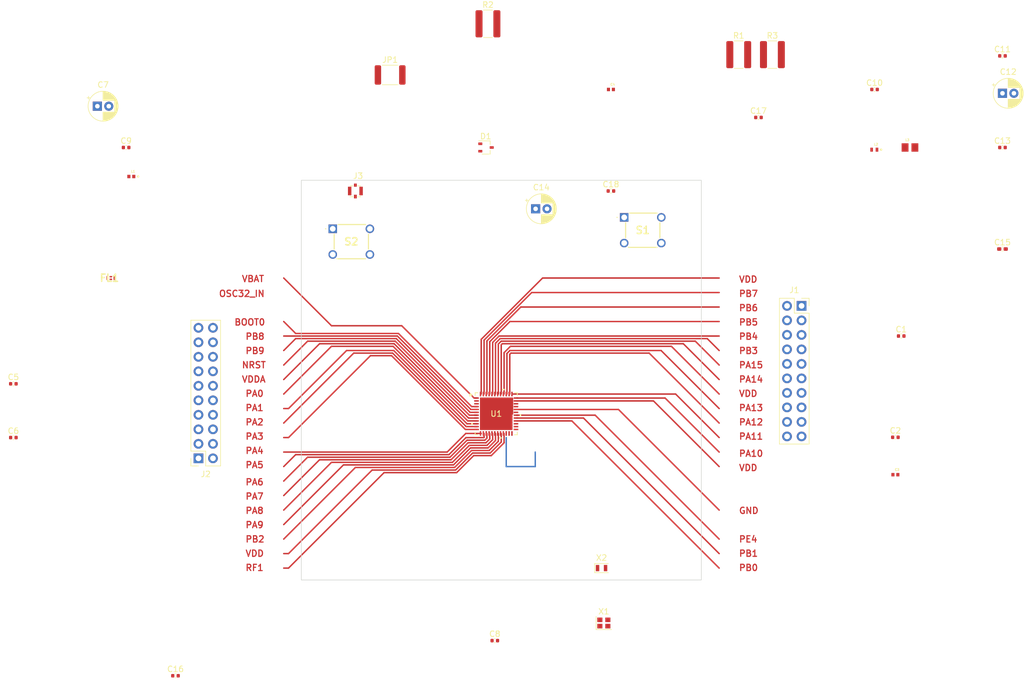
<source format=kicad_pcb>
(kicad_pcb (version 20221018) (generator pcbnew)
  (title_block (date "2023-07-30"))
  (layers (0 "F.Cu" signal) (31 "B.Cu" signal) (34 "B.Paste" user) (35 "F.Paste" user) (36 "B.SilkS" user "B.Silkscreen") (37 "F.SilkS" user "F.Silkscreen") (38 "B.Mask" user) (39 "F.Mask" user) (44 "Edge.Cuts" user))
  (net 0 "")
  (net 1 "/OSC32_IN")
  (net 2 "/OSC32_OUT")
  (net 3 "/BOOT0")
  (net 4 "/PB8")
  (net 5 "/PB9")
  (net 6 "/NRST")
  (net 7 "/PA0")
  (net 8 "/PA2")
  (net 9 "/PA3")
  (net 10 "/PA4")
  (net 11 "/PA5")
  (net 12 "/PA6")
  (net 13 "/PA7")
  (net 14 "/PA8")
  (net 15 "/PA9")
  (net 16 "/PB2")
  (net 17 "/RF1")
  (net 18 "/VDDRF")
  (net 19 "/OSC_OUT")
  (net 20 "/OSC_IN")
  (net 22 "/NRST_Pin")
  (net 23 "/PB1")
  (net 24 "/PE4")
  (net 25 "/VFBSMPS")
  (net 26 "/VLXSMPS")
  (net 27 "/VDDSMPS")
  (net 28 "/PA10")
  (net 29 "/PA15")
  (net 30 "/PB3")
  (net 31 "/PB4")
  (net 32 "/PB5")
  (net 33 "/PB6")
  (net 34 "/PB7")
  (net 35 "GND")
  (net 36 "3V3")
  (net 39 "/SWCLK")
  (net 40 "/SWDIO")
  (net 41 "/VSSRF")
  (net 42 "/RF & Power/RF1")
  (net 43 "Net-(FL1-IN)")
  (net 44 "Net-(FL1-OUT)")
  (net 45 "/RF & Power/VFBSMPS")
  (net 46 "/VSSSMPS")
  (net 47 "/RF & Power/VLXSMPS")
  (net 48 "/VDDUSB")
  (net 49 "unconnected-(U1-PB0-Pad28)")
  (net 50 "Net-(L2-Pad1)")
  (net 55 "/USR_BTN")
  (net 56 "Net-(S1-NO_2)")
  (net 57 "/USB_P")
  (net 58 "/USB_N")
  (net 59 "/PA1")
  (footprint "Capacitor_SMD:C_0402_1005Metric" (layer "F.Cu") (at 214.312 38.1)
    (fp_text reference "C10" (at 0 -1.16) (layer "F.SilkS"))
    (fp_text value "100nF")
    (pad "1" smd roundrect (at -0.48 0) (size 0.56 0.62) (layers "F.Cu" "F.Paste" "F.Mask") (net 36 "3V3"))
    (pad "2" smd roundrect (at 0.48 0) (size 0.56 0.62) (layers "F.Cu" "F.Paste" "F.Mask") (net 35 "GND"))
  )
  (footprint "Capacitor_THT:CP_Radial_D5.0mm_P2.00mm" (layer "F.Cu") (at 236.7 38.77)
    (fp_text reference "C12" (at 1 -3.75) (layer "F.SilkS"))
    (fp_text value "4.7 uF")
    (pad "1" thru_hole rect (at 0 0) (size 1.6 1.6) (drill 0.8) (layers "*.Cu" "*.Mask") (net 36 "3V3"))
    (pad "2" thru_hole circle (at 2 0) (size 1.6 1.6) (drill 0.8) (layers "*.Cu" "*.Mask") (net 35 "GND"))
  )
  (footprint "Package_TO_SOT_SMD:SOT-323_SC-70" (layer "F.Cu") (at 146.32 48.26)
    (fp_text reference "D1" (at -0.05 -1.95) (layer "F.SilkS"))
    (fp_text value "BAT54W")
    (pad "1" smd rect (at -1 -0.65 270) (size 0.45 0.7) (layers "F.Cu" "F.Paste" "F.Mask") (net 6 "/NRST"))
    (pad "2" smd rect (at -1 0.65 270) (size 0.45 0.7) (layers "F.Cu" "F.Paste" "F.Mask"))
    (pad "3" smd rect (at 1 0 270) (size 0.45 0.7) (layers "F.Cu" "F.Paste" "F.Mask") (net 22 "/NRST_Pin"))
  )
  (footprint "Capacitor_THT:CP_Radial_D5.0mm_P2.00mm" (layer "F.Cu") (at 78.308 41.03)
    (fp_text reference "C7" (at 1 -3.75) (layer "F.SilkS"))
    (fp_text value "4.7 uF")
    (pad "1" thru_hole rect (at 0 0) (size 1.6 1.6) (drill 0.8) (layers "*.Cu" "*.Mask") (net 36 "3V3"))
    (pad "2" thru_hole circle (at 2 0) (size 1.6 1.6) (drill 0.8) (layers "*.Cu" "*.Mask") (net 35 "GND"))
  )
  (footprint "STM32WB15CCU6:QFPN_15CCU6_STM" (layer "F.Cu") (at 148.109559 94.892)
    (fp_text reference "U1" (at 0 0 unlocked) (layer "F.SilkS"))
    (fp_text value "STM32WB15CCU6")
    (fp_text user "*" (at -4.491 -3.000756) (layer "F.SilkS"))
    (fp_text user "*" (at -4.491 -3.000756 unlocked) (layer "F.SilkS"))
    (pad "1" smd rect (at -3.452 -2.750693 90) (size 0.2548 0.807999) (layers "F.Cu" "F.Paste" "F.Mask") (net 36 "3V3"))
    (pad "2" smd rect (at -3.452 -2.250567 90) (size 0.2548 0.807999) (layers "F.Cu" "F.Paste" "F.Mask") (net 1 "/OSC32_IN"))
    (pad "3" smd rect (at -3.452 -1.750441 90) (size 0.2548 0.807999) (layers "F.Cu" "F.Paste" "F.Mask") (net 2 "/OSC32_OUT"))
    (pad "4" smd rect (at -3.452 -1.250315 90) (size 0.2548 0.807999) (layers "F.Cu" "F.Paste" "F.Mask") (net 3 "/BOOT0"))
    (pad "5" smd rect (at -3.452 -0.750189 90) (size 0.2548 0.807999) (layers "F.Cu" "F.Paste" "F.Mask") (net 4 "/PB8"))
    (pad "6" smd rect (at -3.452 -0.250063 90) (size 0.2548 0.807999) (layers "F.Cu" "F.Paste" "F.Mask") (net 5 "/PB9"))
    (pad "7" smd rect (at -3.452 0.250063 90) (size 0.2548 0.807999) (layers "F.Cu" "F.Paste" "F.Mask") (net 6 "/NRST"))
    (pad "8" smd rect (at -3.452 0.750189 90) (size 0.2548 0.807999) (layers "F.Cu" "F.Paste" "F.Mask") (net 36 "3V3"))
    (pad "9" smd rect (at -3.452 1.250315 90) (size 0.2548 0.807999) (layers "F.Cu" "F.Paste" "F.Mask") (net 7 "/PA0"))
    (pad "10" smd rect (at -3.452 1.750441 90) (size 0.2548 0.807999) (layers "F.Cu" "F.Paste" "F.Mask") (net 55 "/USR_BTN"))
    (pad "11" smd rect (at -3.452 2.250567 90) (size 0.2548 0.807999) (layers "F.Cu" "F.Paste" "F.Mask") (net 8 "/PA2"))
    (pad "12" smd rect (at -3.452 2.750693 90) (size 0.2548 0.807999) (layers "F.Cu" "F.Paste" "F.Mask") (net 9 "/PA3"))
    (pad "13" smd rect (at -2.750693 3.452) (size 0.2548 0.807999) (layers "F.Cu" "F.Paste" "F.Mask") (net 10 "/PA4"))
    (pad "14" smd rect (at -2.250567 3.452) (size 0.2548 0.807999) (layers "F.Cu" "F.Paste" "F.Mask") (net 11 "/PA5"))
    (pad "15" smd rect (at -1.750441 3.452) (size 0.2548 0.807999) (layers "F.Cu" "F.Paste" "F.Mask") (net 12 "/PA6"))
    (pad "16" smd rect (at -1.250315 3.452) (size 0.2548 0.807999) (layers "F.Cu" "F.Paste" "F.Mask") (net 13 "/PA7"))
    (pad "17" smd rect (at -0.750189 3.452) (size 0.2548 0.807999) (layers "F.Cu" "F.Paste" "F.Mask") (net 14 "/PA8"))
    (pad "18" smd rect (at -0.250063 3.452) (size 0.2548 0.807999) (layers "F.Cu" "F.Paste" "F.Mask") (net 15 "/PA9"))
    (pad "19" smd rect (at 0.250063 3.452) (size 0.2548 0.807999) (layers "F.Cu" "F.Paste" "F.Mask") (net 16 "/PB2"))
    (pad "20" smd rect (at 0.750189 3.452) (size 0.2548 0.807999) (layers "F.Cu" "F.Paste" "F.Mask") (net 36 "3V3"))
    (pad "21" smd rect (at 1.250315 3.452) (size 0.2548 0.807999) (layers "F.Cu" "F.Paste" "F.Mask") (net 17 "/RF1"))
    (pad "22" smd rect (at 1.750441 3.452) (size 0.2548 0.807999) (layers "F.Cu" "F.Paste" "F.Mask") (net 41 "/VSSRF"))
    (pad "23" smd rect (at 2.250567 3.452) (size 0.2548 0.807999) (layers "F.Cu" "F.Paste" "F.Mask") (net 18 "/VDDRF"))
    (pad "24" smd rect (at 2.750693 3.452) (size 0.2548 0.807999) (layers "F.Cu" "F.Paste" "F.Mask") (net 19 "/OSC_OUT"))
    (pad "25" smd rect (at 3.452 2.750693 90) (size 0.2548 0.807999) (layers "F.Cu" "F.Paste" "F.Mask") (net 20 "/OSC_IN"))
    (pad "26" smd rect (at 3.452 2.250567 90) (size 0.2548 0.807999) (layers "F.Cu" "F.Paste" "F.Mask"))
    (pad "27" smd rect (at 3.452 1.750441 90) (size 0.2548 0.807999) (layers "F.Cu" "F.Paste" "F.Mask"))
    (pad "28" smd rect (at 3.452 1.250315 90) (size 0.2548 0.807999) (layers "F.Cu" "F.Paste" "F.Mask") (net 49 "unconnected-(U1-PB0-Pad28)"))
    (pad "29" smd rect (at 3.452 0.750189 90) (size 0.2548 0.807999) (layers "F.Cu" "F.Paste" "F.Mask") (net 23 "/PB1"))
    (pad "30" smd rect (at 3.452 0.250063 90) (size 0.2548 0.807999) (layers "F.Cu" "F.Paste" "F.Mask") (net 24 "/PE4"))
    (pad "31" smd rect (at 3.452 -0.250063 90) (size 0.2548 0.807999) (layers "F.Cu" "F.Paste" "F.Mask") (net 25 "/VFBSMPS"))
    (pad "32" smd rect (at 3.452 -0.750189 90) (size 0.2548 0.807999) (layers "F.Cu" "F.Paste" "F.Mask") (net 46 "/VSSSMPS"))
    (pad "33" smd rect (at 3.452 -1.250315 90) (size 0.2548 0.807999) (layers "F.Cu" "F.Paste" "F.Mask") (net 26 "/VLXSMPS"))
    (pad "34" smd rect (at 3.452 -1.750441 90) (size 0.2548 0.807999) (layers "F.Cu" "F.Paste" "F.Mask") (net 27 "/VDDSMPS"))
    (pad "35" smd rect (at 3.452 -2.250567 90) (size 0.2548 0.807999) (layers "F.Cu" "F.Paste" "F.Mask") (net 36 "3V3"))
    (pad "36" smd rect (at 3.452 -2.750693 90) (size 0.2548 0.807999) (layers "F.Cu" "F.Paste" "F.Mask") (net 28 "/PA10"))
    (pad "37" smd rect (at 2.750693 -3.452) (size 0.2548 0.807999) (layers "F.Cu" "F.Paste" "F.Mask") (net 58 "/USB_N"))
    (pad "38" smd rect (at 2.250567 -3.452) (size 0.2548 0.807999) (layers "F.Cu" "F.Paste" "F.Mask") (net 57 "/USB_P"))
    (pad "39" smd rect (at 1.750441 -3.452) (size 0.2548 0.807999) (layers "F.Cu" "F.Paste" "F.Mask") (net 40 "/SWDIO"))
    (pad "40" smd rect (at 1.250315 -3.452) (size 0.2548 0.807999) (layers "F.Cu" "F.Paste" "F.Mask") (net 48 "/VDDUSB"))
    (pad "41" smd rect (at 0.750189 -3.452) (size 0.2548 0.807999) (layers "F.Cu" "F.Paste" "F.Mask") (net 39 "/SWCLK"))
    (pad "42" smd rect (at 0.250063 -3.452) (size 0.2548 0.807999) (layers "F.Cu" "F.Paste" "F.Mask") (net 29 "/PA15"))
    (pad "43" smd rect (at -0.250063 -3.452) (size 0.2548 0.807999) (layers "F.Cu" "F.Paste" "F.Mask") (net 30 "/PB3"))
    (pad "44" smd rect (at -0.750189 -3.452) (size 0.2548 0.807999) (layers "F.Cu" "F.Paste" "F.Mask") (net 31 "/PB4"))
    (pad "45" smd rect (at -1.250315 -3.452) (size 0.2548 0.807999) (layers "F.Cu" "F.Paste" "F.Mask") (net 32 "/PB5"))
    (pad "46" smd rect (at -1.750441 -3.452) (size 0.2548 0.807999) (layers "F.Cu" "F.Paste" "F.Mask") (net 33 "/PB6"))
    (pad "47" smd rect (at -2.250567 -3.452) (size 0.2548 0.807999) (layers "F.Cu" "F.Paste" "F.Mask") (net 34 "/PB7"))
    (pad "48" smd rect (at -2.750693 -3.452) (size 0.2548 0.807999) (layers "F.Cu" "F.Paste" "F.Mask") (net 36 "3V3"))
    (pad "49" smd rect (at 0 0) (size 5.6896 5.6896) (layers "F.Cu" "F.Mask") (net 35 "GND"))
  )
  (footprint "Capacitor_SMD:C_0402_1005Metric" (layer "F.Cu") (at 236.7 32.22)
    (fp_text reference "C11" (at 0 -1.16) (layer "F.SilkS"))
    (fp_text value "100nF")
    (pad "1" smd roundrect (at -0.48 0) (size 0.56 0.62) (layers "F.Cu" "F.Paste" "F.Mask") (net 36 "3V3"))
    (pad "2" smd roundrect (at 0.48 0) (size 0.56 0.62) (layers "F.Cu" "F.Paste" "F.Mask") (net 35 "GND"))
  )
  (footprint "Capacitor_SMD:C_0402_1005Metric" (layer "F.Cu") (at 236.7 48.26)
    (fp_text reference "C13" (at 0 -1.16) (layer "F.SilkS"))
    (fp_text value "100nF")
    (pad "1" smd roundrect (at -0.48 0) (size 0.56 0.62) (layers "F.Cu" "F.Paste" "F.Mask") (net 36 "3V3"))
    (pad "2" smd roundrect (at 0.48 0) (size 0.56 0.62) (layers "F.Cu" "F.Paste" "F.Mask") (net 35 "GND"))
  )
  (footprint "RSP-122811-02:SAMTEC_RSP-122811-02" (layer "F.Cu") (at 123.46 55.88)
    (fp_text reference "J3" (at 0.475085 -2.635435) (layer "F.SilkS") (effects (font (size 1.000165 1.000165))))
    (fp_text value "RSP-122811-02")
    (pad "1" smd rect (at 0 0.975 90) (size 0.65 0.5) (layers "F.Cu" "F.Paste" "F.Mask") (net 44 "Net-(FL1-OUT)"))
    (pad "2" smd rect (at -1 0 90) (size 1.5 0.6) (layers "F.Cu" "F.Paste" "F.Mask") (net 35 "GND"))
    (pad "3" smd rect (at 0 -1.025 90) (size 0.55 0.5) (layers "F.Cu" "F.Paste" "F.Mask") (net 35 "GND"))
    (pad "4" smd rect (at 1 0 90) (size 1.5 0.6) (layers "F.Cu" "F.Paste" "F.Mask") (net 35 "GND"))
  )
  (footprint "Connector_PinSocket_2.54mm:PinSocket_2x10_P2.54mm_Vertical" (layer "F.Cu") (at 96 102.7 180)
    (fp_text reference "J2" (at -1.27 -2.77) (layer "F.SilkS"))
    (fp_text value "Conn_02x10_Counter_Clockwise")
    (pad "1" thru_hole rect (at 0 0 180) (size 1.7 1.7) (drill 1) (layers "*.Cu" "*.Mask") (net 16 "/PB2"))
    (pad "2" thru_hole oval (at -2.54 0 180) (size 1.7 1.7) (drill 1) (layers "*.Cu" "*.Mask") (net 30 "/PB3"))
    (pad "3" thru_hole oval (at 0 2.54 180) (size 1.7 1.7) (drill 1) (layers "*.Cu" "*.Mask") (net 31 "/PB4"))
    (pad "4" thru_hole oval (at -2.54 2.54 180) (size 1.7 1.7) (drill 1) (layers "*.Cu" "*.Mask") (net 32 "/PB5"))
    (pad "5" thru_hole oval (at 0 5.08 180) (size 1.7 1.7) (drill 1) (layers "*.Cu" "*.Mask") (net 33 "/PB6"))
    (pad "6" thru_hole oval (at -2.54 5.08 180) (size 1.7 1.7) (drill 1) (layers "*.Cu" "*.Mask") (net 34 "/PB7"))
    (pad "7" thru_hole oval (at 0 7.62 180) (size 1.7 1.7) (drill 1) (layers "*.Cu" "*.Mask") (net 4 "/PB8"))
    (pad "8" thru_hole oval (at -2.54 7.62 180) (size 1.7 1.7) (drill 1) (layers "*.Cu" "*.Mask") (net 5 "/PB9"))
    (pad "9" thru_hole oval (at 0 10.16 180) (size 1.7 1.7) (drill 1) (layers "*.Cu" "*.Mask") (net 24 "/PE4"))
    (pad "10" thru_hole oval (at -2.54 10.16 180) (size 1.7 1.7) (drill 1) (layers "*.Cu" "*.Mask"))
    (pad "11" thru_hole oval (at 0 12.7 180) (size 1.7 1.7) (drill 1) (layers "*.Cu" "*.Mask"))
    (pad "12" thru_hole oval (at -2.54 12.7 180) (size 1.7 1.7) (drill 1) (layers "*.Cu" "*.Mask"))
    (pad "13" thru_hole oval (at 0 15.24 180) (size 1.7 1.7) (drill 1) (layers "*.Cu" "*.Mask"))
    (pad "14" thru_hole oval (at -2.54 15.24 180) (size 1.7 1.7) (drill 1) (layers "*.Cu" "*.Mask"))
    (pad "15" thru_hole oval (at 0 17.78 180) (size 1.7 1.7) (drill 1) (layers "*.Cu" "*.Mask"))
    (pad "16" thru_hole oval (at -2.54 17.78 180) (size 1.7 1.7) (drill 1) (layers "*.Cu" "*.Mask"))
    (pad "17" thru_hole oval (at 0 20.32 180) (size 1.7 1.7) (drill 1) (layers "*.Cu" "*.Mask"))
    (pad "18" thru_hole oval (at -2.54 20.32 180) (size 1.7 1.7) (drill 1) (layers "*.Cu" "*.Mask"))
    (pad "19" thru_hole oval (at 0 22.86 180) (size 1.7 1.7) (drill 1) (layers "*.Cu" "*.Mask"))
    (pad "20" thru_hole oval (at -2.54 22.86 180) (size 1.7 1.7) (drill 1) (layers "*.Cu" "*.Mask"))
  )
  (footprint "Capacitor_THT:CP_Radial_D5.0mm_P2.00mm" (layer "F.Cu") (at 155 59)
    (fp_text reference "C14" (at 1 -3.75) (layer "F.SilkS"))
    (fp_text value "4.7 uF")
    (pad "1" thru_hole rect (at 0 0) (size 1.6 1.6) (drill 0.8) (layers "*.Cu" "*.Mask") (net 45 "/RF & Power/VFBSMPS"))
    (pad "2" thru_hole circle (at 2 0) (size 1.6 1.6) (drill 0.8) (layers "*.Cu" "*.Mask") (net 35 "GND"))
  )
  (footprint "Capacitor_SMD:C_0402_1005Metric" (layer "F.Cu") (at 91.98 140.77)
    (fp_text reference "C16" (at 0 -1.16) (layer "F.SilkS"))
    (fp_text value "10 nF")
    (pad "1" smd roundrect (at -0.48 0) (size 0.56 0.62) (layers "F.Cu" "F.Paste" "F.Mask") (net 36 "3V3"))
    (pad "2" smd roundrect (at 0.48 0) (size 0.56 0.62) (layers "F.Cu" "F.Paste" "F.Mask") (net 35 "GND"))
  )
  (footprint "Crystal:Crystal_SMD_2016-4Pin_2.0x1.6mm" (layer "F.Cu") (at 166.94 131.53)
    (fp_text reference "X1" (at 0 -2) (layer "F.SilkS"))
    (fp_text value "32 MHz")
    (pad "1" smd rect (at -0.7 0.55) (size 0.9 0.8) (layers "F.Cu" "F.Paste" "F.Mask") (net 20 "/OSC_IN"))
    (pad "2" smd rect (at 0.7 0.55) (size 0.9 0.8) (layers "F.Cu" "F.Paste" "F.Mask") (net 35 "GND"))
    (pad "3" smd rect (at 0.7 -0.55) (size 0.9 0.8) (layers "F.Cu" "F.Paste" "F.Mask") (net 19 "/OSC_OUT"))
    (pad "4" smd rect (at -0.7 -0.55) (size 0.9 0.8) (layers "F.Cu" "F.Paste" "F.Mask") (net 35 "GND"))
  )
  (footprint "GRM1555C1HR30WA01D:CAPC1005X55N" (layer "F.Cu") (at 168.18 38.1)
    (fp_text reference "C4" (at 0.3 -0.88) (layer "F.SilkS") (effects (font (size 0.393701 0.393701))))
    (fp_text value "GRM1555C1HR30WA01D")
    (pad "1" smd rect (at -0.432 0) (size 0.54 0.6) (layers "F.Cu" "F.Paste" "F.Mask") (net 35 "GND"))
    (pad "2" smd rect (at 0.432 0) (size 0.54 0.6) (layers "F.Cu" "F.Paste" "F.Mask") (net 43 "Net-(FL1-IN)"))
  )
  (footprint "Capacitor_SMD:C_0402_1005Metric" (layer "F.Cu") (at 147.86 134.62)
    (fp_text reference "C8" (at 0 -1.16) (layer "F.SilkS"))
    (fp_text value "100nF")
    (pad "1" smd roundrect (at -0.48 0) (size 0.56 0.62) (layers "F.Cu" "F.Paste" "F.Mask") (net 36 "3V3"))
    (pad "2" smd roundrect (at 0.48 0) (size 0.56 0.62) (layers "F.Cu" "F.Paste" "F.Mask") (net 35 "GND"))
  )
  (footprint "LQG15WZ10NJ02D:INDC1006X60N" (layer "F.Cu") (at 214.27 48.643)
    (fp_text reference "L2" (at 0.3 -0.93) (layer "F.SilkS") (effects (font (size 0.393701 0.393701))))
    (fp_text value "LQG15WZ10NJ02D")
    (pad "1" smd rect (at -0.468 0) (size 0.46 0.7) (layers "F.Cu" "F.Paste" "F.Mask") (net 50 "Net-(L2-Pad1)"))
    (pad "2" smd rect (at 0.468 0) (size 0.46 0.7) (layers "F.Cu" "F.Paste" "F.Mask") (net 47 "/RF & Power/VLXSMPS"))
  )
  (footprint "Button_Switch_THT:TS026670BK160LCRD" (layer "F.Cu") (at 119.5 62.5)
    (fp_text reference "S2" (at 3.25 2.25) (layer "F.SilkS") (effects (font (size 1.27 1.27) (thickness 0.254))))
    (fp_text value "RESET" hide)
    (pad "1" thru_hole rect (at 0 0) (size 1.5 1.5) (drill 1) (layers "*.Cu" "*.Mask") (net 6 "/NRST"))
    (pad "2" thru_hole circle (at 6.5 0) (size 1.5 1.5) (drill 1) (layers "*.Cu" "*.Mask"))
    (pad "3" thru_hole circle (at 0 4.5) (size 1.5 1.5) (drill 1) (layers "*.Cu" "*.Mask"))
    (pad "4" thru_hole circle (at 6.5 4.5) (size 1.5 1.5) (drill 1) (layers "*.Cu" "*.Mask") (net 35 "GND"))
  )
  (footprint "Button_Switch_THT:TS026670BK160LCRD" (layer "F.Cu") (at 170.5 60.5)
    (fp_text reference "S1" (at 3.25 2.25) (layer "F.SilkS") (effects (font (size 1.27 1.27) (thickness 0.254))))
    (fp_text value "USER BUTTON" hide)
    (pad "1" thru_hole rect (at 0 0) (size 1.5 1.5) (drill 1) (layers "*.Cu" "*.Mask"))
    (pad "2" thru_hole circle (at 6.5 0) (size 1.5 1.5) (drill 1) (layers "*.Cu" "*.Mask") (net 56 "Net-(S1-NO_2)"))
    (pad "3" thru_hole circle (at 0 4.5) (size 1.5 1.5) (drill 1) (layers "*.Cu" "*.Mask"))
    (pad "4" thru_hole circle (at 6.5 4.5) (size 1.5 1.5) (drill 1) (layers "*.Cu" "*.Mask") (net 55 "/USR_BTN"))
  )
  (footprint "Connector_PinSocket_2.54mm:PinSocket_2x10_P2.54mm_Vertical" (layer "F.Cu") (at 201.54 76)
    (fp_text reference "J1" (at -1.27 -2.77) (layer "F.SilkS"))
    (fp_text value "Conn_02x10_Counter_Clockwise")
    (pad "1" thru_hole rect (at 0 0) (size 1.7 1.7) (drill 1) (layers "*.Cu" "*.Mask") (net 36 "3V3"))
    (pad "2" thru_hole oval (at -2.54 0) (size 1.7 1.7) (drill 1) (layers "*.Cu" "*.Mask") (net 22 "/NRST_Pin"))
    (pad "3" thru_hole oval (at 0 2.54) (size 1.7 1.7) (drill 1) (layers "*.Cu" "*.Mask") (net 35 "GND"))
    (pad "4" thru_hole oval (at -2.54 2.54) (size 1.7 1.7) (drill 1) (layers "*.Cu" "*.Mask") (net 13 "/PA7"))
    (pad "5" thru_hole oval (at 0 5.08) (size 1.7 1.7) (drill 1) (layers "*.Cu" "*.Mask") (net 14 "/PA8"))
    (pad "6" thru_hole oval (at -2.54 5.08) (size 1.7 1.7) (drill 1) (layers "*.Cu" "*.Mask") (net 15 "/PA9"))
    (pad "7" thru_hole oval (at 0 7.62) (size 1.7 1.7) (drill 1) (layers "*.Cu" "*.Mask") (net 28 "/PA10"))
    (pad "8" thru_hole oval (at -2.54 7.62) (size 1.7 1.7) (drill 1) (layers "*.Cu" "*.Mask") (net 29 "/PA15"))
    (pad "9" thru_hole oval (at 0 10.16) (size 1.7 1.7) (drill 1) (layers "*.Cu" "*.Mask") (net 57 "/USB_P"))
    (pad "10" thru_hole oval (at -2.54 10.16) (size 1.7 1.7) (drill 1) (layers "*.Cu" "*.Mask") (net 58 "/USB_N"))
    (pad "11" thru_hole oval (at 0 12.7) (size 1.7 1.7) (drill 1) (layers "*.Cu" "*.Mask") (net 12 "/PA6"))
    (pad "12" thru_hole oval (at -2.54 12.7) (size 1.7 1.7) (drill 1) (layers "*.Cu" "*.Mask") (net 11 "/PA5"))
    (pad "13" thru_hole oval (at 0 15.24) (size 1.7 1.7) (drill 1) (layers "*.Cu" "*.Mask") (net 10 "/PA4"))
    (pad "14" thru_hole oval (at -2.54 15.24) (size 1.7 1.7) (drill 1) (layers "*.Cu" "*.Mask") (net 9 "/PA3"))
    (pad "15" thru_hole oval (at 0 17.78) (size 1.7 1.7) (drill 1) (layers "*.Cu" "*.Mask") (net 8 "/PA2"))
    (pad "16" thru_hole oval (at -2.54 17.78) (size 1.7 1.7) (drill 1) (layers "*.Cu" "*.Mask") (net 59 "/PA1"))
    (pad "17" thru_hole oval (at 0 20.32) (size 1.7 1.7) (drill 1) (layers "*.Cu" "*.Mask") (net 7 "/PA0"))
    (pad "18" thru_hole oval (at -2.54 20.32) (size 1.7 1.7) (drill 1) (layers "*.Cu" "*.Mask") (net 39 "/SWCLK"))
    (pad "19" thru_hole oval (at 0 22.86) (size 1.7 1.7) (drill 1) (layers "*.Cu" "*.Mask") (net 40 "/SWDIO"))
    (pad "20" thru_hole oval (at -2.54 22.86) (size 1.7 1.7) (drill 1) (layers "*.Cu" "*.Mask") (net 35 "GND"))
  )
  (footprint "Capacitor_SMD:C_0402_1005Metric" (layer "F.Cu") (at 218.98 81.28)
    (fp_text reference "C1" (at 0 -1.16) (layer "F.SilkS"))
    (fp_text value "100nF")
    (pad "1" smd roundrect (at -0.48 0) (size 0.56 0.62) (layers "F.Cu" "F.Paste" "F.Mask") (net 36 "3V3"))
    (pad "2" smd roundrect (at 0.48 0) (size 0.56 0.62) (layers "F.Cu" "F.Paste" "F.Mask") (net 35 "GND"))
  )
  (footprint "Resistor_SMD:R_1218_3246Metric_Pad1.22x4.75mm_HandSolder" (layer "F.Cu") (at 196.4375 32)
    (fp_text reference "R3" (at 0 -3.32) (layer "F.SilkS"))
    (fp_text value "100k")
    (pad "1" smd roundrect (at -1.5625 0) (size 1.225 4.75) (layers "F.Cu" "F.Paste" "F.Mask") (roundrect_rratio 0.204082) (net 35 "GND"))
    (pad "2" smd roundrect (at 1.5625 0) (size 1.225 4.75) (layers "F.Cu" "F.Paste" "F.Mask") (roundrect_rratio 0.204082) (net 55 "/USR_BTN"))
  )
  (footprint "Capacitor_SMD:C_0402_1005Metric_Pad0.74x0.62mm_HandSolder" (layer "F.Cu") (at 236.7 66.04)
    (fp_text reference "C15" (at 0 -1.16) (layer "F.SilkS"))
    (fp_text value "1 uF")
    (pad "1" smd roundrect (at -0.5675 0) (size 0.735 0.62) (layers "F.Cu" "F.Paste" "F.Mask") (net 36 "3V3"))
    (pad "2" smd roundrect (at 0.5675 0) (size 0.735 0.62) (layers "F.Cu" "F.Paste" "F.Mask") (net 35 "GND"))
  )
  (footprint "Capacitor_SMD:C_0402_1005Metric" (layer "F.Cu") (at 63.609001 89.640308)
    (fp_text reference "C5" (at 0 -1.16) (layer "F.SilkS"))
    (fp_text value "10 pF")
    (pad "1" smd roundrect (at -0.48 0) (size 0.56 0.62) (layers "F.Cu" "F.Paste" "F.Mask") (net 1 "/OSC32_IN"))
    (pad "2" smd roundrect (at 0.48 0) (size 0.56 0.62) (layers "F.Cu" "F.Paste" "F.Mask") (net 35 "GND"))
  )
  (footprint "Filter:DLF162500LT5028A1" (layer "F.Cu") (at 80.667 71.12)
    (fp_text reference "FL1" (at -0.25 0) (layer "F.SilkS") (effects (font (size 1.27 1.27) (thickness 0.254))))
    (fp_text value "DLF162500LT-5028A1" hide)
    (pad "1" smd rect (at -0.612 0) (size 0.275 0.7) (layers "F.Cu" "F.Paste" "F.Mask") (net 43 "Net-(FL1-IN)"))
    (pad "2" smd rect (at 0 0.227 90) (size 0.245 0.45) (layers "F.Cu" "F.Paste" "F.Mask") (net 35 "GND"))
    (pad "3" smd rect (at 0.613 0) (size 0.275 0.7) (layers "F.Cu" "F.Paste" "F.Mask") (net 44 "Net-(FL1-OUT)"))
    (pad "4" smd rect (at 0 -0.227 90) (size 0.245 0.45) (layers "F.Cu" "F.Paste" "F.Mask") (net 35 "GND"))
  )
  (footprint "Capacitor_SMD:C_0402_1005Metric" (layer "F.Cu") (at 194 43)
    (fp_text reference "C17" (at 0 -1.16) (layer "F.SilkS"))
    (fp_text value "100nF")
    (pad "1" smd roundrect (at -0.48 0) (size 0.56 0.62) (layers "F.Cu" "F.Paste" "F.Mask") (net 55 "/USR_BTN"))
    (pad "2" smd roundrect (at 0.48 0) (size 0.56 0.62) (layers "F.Cu" "F.Paste" "F.Mask") (net 35 "GND"))
  )
  (footprint "Crystal:Crystal_SMD_2012-2Pin_2.0x1.2mm" (layer "F.Cu") (at 166.54 121.92)
    (fp_text reference "X2" (at 0 -1.8) (layer "F.SilkS"))
    (fp_text value "32.768 kHz")
    (pad "1" smd rect (at -0.7 0) (size 0.6 1.1) (layers "F.Cu" "F.Paste" "F.Mask") (net 2 "/OSC32_OUT"))
    (pad "2" smd rect (at 0.7 0) (size 0.6 1.1) (layers "F.Cu" "F.Paste" "F.Mask") (net 1 "/OSC32_IN"))
  )
  (footprint "Resistor_SMD:R_1218_3246Metric_Pad1.22x4.75mm_HandSolder" (layer "F.Cu") (at 190.5475 32)
    (fp_text reference "R1" (at 0 -3.32) (layer "F.SilkS"))
    (fp_text value "1k")
    (pad "1" smd roundrect (at -1.5625 0) (size 1.225 4.75) (layers "F.Cu" "F.Paste" "F.Mask") (roundrect_rratio 0.204082) (net 56 "Net-(S1-NO_2)"))
    (pad "2" smd roundrect (at 1.5625 0) (size 1.225 4.75) (layers "F.Cu" "F.Paste" "F.Mask") (roundrect_rratio 0.204082) (net 36 "3V3"))
  )
  (footprint "Capacitor_SMD:C_0402_1005Metric" (layer "F.Cu") (at 83.34 48.26)
    (fp_text reference "C9" (at 0 -1.16) (layer "F.SilkS"))
    (fp_text value "100nF")
    (pad "1" smd roundrect (at -0.48 0) (size 0.56 0.62) (layers "F.Cu" "F.Paste" "F.Mask") (net 36 "3V3"))
    (pad "2" smd roundrect (at 0.48 0) (size 0.56 0.62) (layers "F.Cu" "F.Paste" "F.Mask") (net 35 "GND"))
  )
  (footprint "Resistor_SMD:R_1812_4532Metric" (layer "F.Cu") (at 129.54 35.56)
    (fp_text reference "JP1" (at 0 -2.65) (layer "F.SilkS"))
    (fp_text value "SolderJumper_2_Open")
    (pad "1" smd roundrect (at -2.1375 0) (size 1.125 3.4) (layers "F.Cu" "F.Paste" "F.Mask") (roundrect_rratio 0.222222) (net 36 "3V3"))
    (pad "2" smd roundrect (at 2.1375 0) (size 1.125 3.4) (layers "F.Cu" "F.Paste" "F.Mask") (roundrect_rratio 0.222222) (net 3 "/BOOT0"))
  )
  (footprint "Capacitor_SMD:C_0402_1005Metric" (layer "F.Cu") (at 63.609001 99.06)
    (fp_text reference "C6" (at 0 -1.16) (layer "F.SilkS"))
    (fp_text value "10 pF")
    (pad "1" smd roundrect (at -0.48 0) (size 0.56 0.62) (layers "F.Cu" "F.Paste" "F.Mask") (net 2 "/OSC32_OUT"))
    (pad "2" smd roundrect (at 0.48 0) (size 0.56 0.62) (layers "F.Cu" "F.Paste" "F.Mask") (net 35 "GND"))
  )
  (footprint "Capacitor_SMD:C_0402_1005Metric" (layer "F.Cu") (at 217.96 99.01)
    (fp_text reference "C2" (at 0 -1.16) (layer "F.SilkS"))
    (fp_text value "100 pF")
    (pad "1" smd roundrect (at -0.48 0) (size 0.56 0.62) (layers "F.Cu" "F.Paste" "F.Mask") (net 36 "3V3"))
    (pad "2" smd roundrect (at 0.48 0) (size 0.56 0.62) (layers "F.Cu" "F.Paste" "F.Mask") (net 35 "GND"))
  )
  (footprint "LQM21FN100M70L:INDC2012X145N" (layer "F.Cu") (at 220.512 48.26)
    (fp_text reference "L3" (at -0.46 -1.32) (layer "F.SilkS") (effects (font (size 0.393701 0.393701))))
    (fp_text value "LQM21FN100M70L")
    (pad "1" smd rect (at -0.86 0) (size 1.2 1.47) (layers "F.Cu" "F.Paste" "F.Mask") (net 45 "/RF & Power/VFBSMPS"))
    (pad "2" smd rect (at 0.86 0) (size 1.2 1.47) (layers "F.Cu" "F.Paste" "F.Mask") (net 50 "Net-(L2-Pad1)"))
  )
  (footprint "GRM1555C1HR80BA01D:CAPC1005X55N" (layer "F.Cu") (at 217.96 105.56)
    (fp_text reference "C3" (at 0.3 -0.88) (layer "F.SilkS") (effects (font (size 0.393701 0.393701))))
    (fp_text value "GRM1555C1HR80BA01D")
    (pad "1" smd rect (at -0.432 0) (size 0.54 0.6) (layers "F.Cu" "F.Paste" "F.Mask") (net 35 "GND"))
    (pad "2" smd rect (at 0.432 0) (size 0.54 0.6) (layers "F.Cu" "F.Paste" "F.Mask") (net 42 "/RF & Power/RF1"))
  )
  (footprint "Resistor_SMD:R_1218_3246Metric_Pad1.22x4.75mm_HandSolder" (layer "F.Cu") (at 146.66 26.6)
    (fp_text reference "R2" (at 0 -3.32) (layer "F.SilkS"))
    (fp_text value "10k")
    (pad "1" smd roundrect (at -1.5625 0) (size 1.225 4.75) (layers "F.Cu" "F.Paste" "F.Mask") (roundrect_rratio 0.204082) (net 35 "GND"))
    (pad "2" smd roundrect (at 1.5625 0) (size 1.225 4.75) (layers "F.Cu" "F.Paste" "F.Mask") (roundrect_rratio 0.204082) (net 3 "/BOOT0"))
  )
  (footprint "Capacitor_SMD:C_0402_1005Metric" (layer "F.Cu") (at 168.18 55.88)
    (fp_text reference "C18" (at 0 -1.16) (layer "F.SilkS"))
    (fp_text value "100nF")
    (pad "1" smd roundrect (at -0.48 0) (size 0.56 0.62) (layers "F.Cu" "F.Paste" "F.Mask") (net 6 "/NRST"))
    (pad "2" smd roundrect (at 0.48 0) (size 0.56 0.62) (layers "F.Cu" "F.Paste" "F.Mask") (net 35 "GND"))
  )
  (footprint "LQG15HS2N7S02D:INDC1005X55N" (layer "F.Cu") (at 84.252 53.34)
    (fp_text reference "L1" (at 0.3 -0.88) (layer "F.SilkS") (effects (font (size 0.393701 0.393701))))
    (fp_text value "LQG15HS2N7S02D")
    (pad "1" smd rect (at -0.432 0) (size 0.54 0.6) (layers "F.Cu" "F.Paste" "F.Mask") (net 42 "/RF & Power/RF1"))
    (pad "2" smd rect (at 0.432 0) (size 0.54 0.6) (layers "F.Cu" "F.Paste" "F.Mask") (net 43 "Net-(FL1-IN)"))
  )
  (gr_rect (start 114 54) (end 184 124) (stroke (width 0.1)) (fill none) (layer "Edge.Cuts"))
  (gr_text "NRST\n" (at 103.5 87) (layer "F.Cu") (effects (font (size 1.1 1.1) (thickness 0.2) bold) (justify left bottom)))
  (gr_text "PA13" (at 190.5 94.5) (layer "F.Cu") (effects (font (size 1.1 1.1) (thickness 0.2) bold) (justify left bottom)))
  (gr_text "BOOT0\n" (at 102.2 79.5) (layer "F.Cu") (effects (font (size 1.1 1.1) (thickness 0.2) bold) (justify left bottom)))
  (gr_text "PA12" (at 190.5 97) (layer "F.Cu") (effects (font (size 1.1 1.1) (thickness 0.2) bold) (justify left bottom)))
  (gr_text "PA11" (at 190.5 99.5) (layer "F.Cu") (effects (font (size 1.1 1.1) (thickness 0.2) bold) (justify left bottom)))
  (gr_text "OSC32_IN\n" (at 99.5 74.5) (layer "F.Cu") (effects (font (size 1.1 1.1) (thickness 0.2) bold) (justify left bottom)))
  (gr_text "VDDA\n" (at 103.5 89.5) (layer "F.Cu") (effects (font (size 1.1 1.1) (thickness 0.2) bold) (justify left bottom)))
  (gr_text "PB7" (at 190.5 74.5) (layer "F.Cu") (effects (font (size 1.1 1.1) (thickness 0.2) bold) (justify left bottom)))
  (gr_text "PB5" (at 190.5 79.5) (layer "F.Cu") (effects (font (size 1.1 1.1) (thickness 0.2) bold) (justify left bottom)))
  (gr_text "PA15" (at 190.5 87) (layer "F.Cu") (effects (font (size 1.1 1.1) (thickness 0.2) bold) (justify left bottom)))
  (gr_text "PA4" (at 104.14 102) (layer "F.Cu") (effects (font (size 1.1 1.1) (thickness 0.2) bold) (justify left bottom)))
  (gr_text "PB9" (at 104.14 84.5) (layer "F.Cu") (effects (font (size 1.1 1.1) (thickness 0.2) bold) (justify left bottom)))
  (gr_text "PA1\n" (at 104.14 94.5) (layer "F.Cu") (effects (font (size 1.1 1.1) (thickness 0.2) bold) (justify left bottom)))
  (gr_text "PB2" (at 104.14 117.5) (layer "F.Cu") (effects (font (size 1.1 1.1) (thickness 0.2) bold) (justify left bottom)))
  (gr_text "PB6" (at 190.5 77) (layer "F.Cu") (effects (font (size 1.1 1.1) (thickness 0.2) bold) (justify left bottom)))
  (gr_text "PB0\n" (at 190.5 122.5) (layer "F.Cu") (effects (font (size 1.1 1.1) (thickness 0.2) bold) (justify left bottom)))
  (gr_text "RF1" (at 104.14 122.5) (layer "F.Cu") (effects (font (size 1.1 1.1) (thickness 0.2) bold) (justify left bottom)))
  (gr_text "GND" (at 190.5 112.5) (layer "F.Cu") (effects (font (size 1.1 1.1) (thickness 0.2) bold) (justify left bottom)))
  (gr_text "PA9\n" (at 104.14 115) (layer "F.Cu") (effects (font (size 1.1 1.1) (thickness 0.2) bold) (justify left bottom)))
  (gr_text "PA8" (at 104.14 112.5) (layer "F.Cu") (effects (font (size 1.1 1.1) (thickness 0.2) bold) (justify left bottom)))
  (gr_text "PA10" (at 190.5 102.5) (layer "F.Cu") (effects (font (size 1.1 1.1) (thickness 0.2) bold) (justify left bottom)))
  (gr_text "PA3" (at 104.14 99.5) (layer "F.Cu") (effects (font (size 1.1 1.1) (thickness 0.2) bold) (justify left bottom)))
  (gr_text "PB8\n" (at 104.14 82) (layer "F.Cu") (effects (font (size 1.1 1.1) (thickness 0.2) bold) (justify left bottom)))
  (gr_text "VDD" (at 190.5 105) (layer "F.Cu") (effects (font (size 1.1 1.1) (thickness 0.2) bold) (justify left bottom)))
  (gr_text "PA14" (at 190.5 89.5) (layer "F.Cu") (effects (font (size 1.1 1.1) (thickness 0.2) bold) (justify left bottom)))
  (gr_text "PE4\n" (at 190.5 117.5) (layer "F.Cu") (effects (font (size 1.1 1.1) (thickness 0.2) bold) (justify left bottom)))
  (gr_text "VDD" (at 190.5 92) (layer "F.Cu") (effects (font (size 1.1 1.1) (thickness 0.2) bold) (justify left bottom)))
  (gr_text "VBAT\n" (at 103.5 71.9) (layer "F.Cu") (effects (font (size 1.1 1.1) (thickness 0.2) bold) (justify left bottom)))
  (gr_text "PA5" (at 104.14 104.5) (layer "F.Cu") (effects (font (size 1.1 1.1) (thickness 0.2) bold) (justify left bottom)))
  (gr_text "VDD" (at 104.14 120) (layer "F.Cu") (effects (font (size 1.1 1.1) (thickness 0.2) bold) (justify left bottom)))
  (gr_text "PB4" (at 190.5 82) (layer "F.Cu") (effects (font (size 1.1 1.1) (thickness 0.2) bold) (justify left bottom)))
  (gr_text "PA2" (at 104.14 97) (layer "F.Cu") (effects (font (size 1.1 1.1) (thickness 0.2) bold) (justify left bottom)))
  (gr_text "PB3" (at 190.5 84.5) (layer "F.Cu") (effects (font (size 1.1 1.1) (thickness 0.2) bold) (justify left bottom)))
  (gr_text "VDD" (at 190.5 72) (layer "F.Cu") (effects (font (size 1.1 1.1) (thickness 0.2) bold) (justify left bottom)))
  (gr_text "PA0\n" (at 104.14 92) (layer "F.Cu") (effects (font (size 1.1 1.1) (thickness 0.2) bold) (justify left bottom)))
  (gr_text "PA7" (at 104.14 110) (layer "F.Cu") (effects (font (size 1.1 1.1) (thickness 0.2) bold) (justify left bottom)))
  (gr_text "PA6" (at 104.14 107.5) (layer "F.Cu") (effects (font (size 1.1 1.1) (thickness 0.2) bold) (justify left bottom)))
  (gr_text "PB1\n" (at 190.5 120) (layer "F.Cu") (effects (font (size 1.1 1.1) (thickness 0.2) bold) (justify left bottom)))
  (segment (start 149.86 104.14) (end 149.86 99.06) (width 0.25) (layer "B.Cu") (net 0))
  (segment (start 154.94 104.14) (end 149.86 104.14) (width 0.25) (layer "B.Cu") (net 0))
  (segment (start 154.94 101.6) (end 154.94 104.14) (width 0.25) (layer "B.Cu") (net 0))
  (segment (start 113.011559 80.83) (end 110.921559 78.74) (width 0.25) (layer "F.Cu") (net 3))
  (segment (start 143.805289 93.641685) (end 130.993604 80.83) (width 0.25) (layer "F.Cu") (net 3))
  (segment (start 144.78 93.641685) (end 143.805289 93.641685) (width 0.25) (layer "F.Cu") (net 3))
  (segment (start 130.993604 80.83) (end 113.011559 80.83) (width 0.25) (layer "F.Cu") (net 3))
  (segment (start 130.807208 81.28) (end 110.921559 81.28) (width 0.25) (layer "F.Cu") (net 4))
  (segment (start 143.669019 94.141811) (end 130.807208 81.28) (width 0.25) (layer "F.Cu") (net 4))
  (segment (start 143.669019 94.141811) (end 144.78 94.141811) (width 0.25) (layer "F.Cu") (net 4))
  (segment (start 143.532749 94.641937) (end 130.620812 81.73) (width 0.25) (layer "F.Cu") (net 5))
  (segment (start 113.011559 81.73) (end 110.921559 83.82) (width 0.25) (layer "F.Cu") (net 5))
  (segment (start 144.78 94.641937) (end 143.532749 94.641937) (width 0.25) (layer "F.Cu") (net 5))
  (segment (start 130.620812 81.73) (end 113.011559 81.73) (width 0.25) (layer "F.Cu") (net 5))
  (segment (start 143.396479 95.142063) (end 130.434416 82.18) (width 0.25) (layer "F.Cu") (net 6))
  (segment (start 130.434416 82.18) (end 115.101559 82.18) (width 0.25) (layer "F.Cu") (net 6))
  (segment (start 115.101559 82.18) (end 110.921559 86.36) (width 0.25) (layer "F.Cu") (net 6))
  (segment (start 144.78 95.142063) (end 143.396479 95.142063) (width 0.25) (layer "F.Cu") (net 6))
  (segment (start 130.061624 83.08) (end 119.281559 83.08) (width 0.25) (layer "F.Cu") (net 7))
  (segment (start 144.78 96.142315) (end 143.123939 96.142315) (width 0.25) (layer "F.Cu") (net 7))
  (segment (start 119.281559 83.08) (end 110.921559 91.44) (width 0.25) (layer "F.Cu") (net 7))
  (segment (start 143.123939 96.142315) (end 130.061624 83.08) (width 0.25) (layer "F.Cu") (net 7))
  (segment (start 129.978832 84.27) (end 123.17156 84.27) (width 0.25) (layer "F.Cu") (net 8))
  (segment (start 123.17156 84.27) (end 110.921559 96.52) (width 0.25) (layer "F.Cu") (net 8))
  (segment (start 142.851399 97.142567) (end 129.978832 84.27) (width 0.25) (layer "F.Cu") (net 8))
  (segment (start 144.78 97.142567) (end 142.851399 97.142567) (width 0.25) (layer "F.Cu") (net 8))
  (segment (start 129.792436 84.72) (end 126.1 84.72) (width 0.25) (layer "F.Cu") (net 9))
  (segment (start 111.76 99.06) (end 110.921559 99.06) (width 0.25) (layer "F.Cu") (net 9))
  (segment (start 142.715129 97.642693) (end 129.792436 84.72) (width 0.25) (layer "F.Cu") (net 9))
  (segment (start 126.1 84.72) (end 111.76 99.06) (width 0.25) (layer "F.Cu") (net 9))
  (segment (start 144.78 97.642693) (end 142.715129 97.642693) (width 0.25) (layer "F.Cu") (net 9))
  (segment (start 142.78004 98.344) (end 139.52404 101.6) (width 0.25) (layer "F.Cu") (net 10))
  (segment (start 139.52404 101.6) (end 110.921559 101.6) (width 0.25) (layer "F.Cu") (net 10))
  (segment (start 145.481307 98.344) (end 142.78004 98.344) (width 0.25) (layer "F.Cu") (net 10))
  (segment (start 145.981433 99.025273) (end 145.933707 99.072999) (width 0.25) (layer "F.Cu") (net 11))
  (segment (start 142.810354 99.072999) (end 139.833353 102.05) (width 0.25) (layer "F.Cu") (net 11))
  (segment (start 113.011559 102.05) (end 110.921559 104.14) (width 0.25) (layer "F.Cu") (net 11))
  (segment (start 145.933707 99.072999) (end 142.810354 99.072999) (width 0.25) (layer "F.Cu") (net 11))
  (segment (start 139.833353 102.05) (end 113.011559 102.05) (width 0.25) (layer "F.Cu") (net 11))
  (segment (start 145.981433 98.344) (end 145.981433 99.025273) (width 0.25) (layer "F.Cu") (net 11))
  (segment (start 146.481559 98.344) (end 146.481559 99.161543) (width 0.25) (layer "F.Cu") (net 12))
  (segment (start 115.101559 102.5) (end 110.921559 106.68) (width 0.25) (layer "F.Cu") (net 12))
  (segment (start 146.120103 99.522999) (end 142.99675 99.522999) (width 0.25) (layer "F.Cu") (net 12))
  (segment (start 146.481559 99.161543) (end 146.120103 99.522999) (width 0.25) (layer "F.Cu") (net 12))
  (segment (start 142.99675 99.522999) (end 140.019749 102.5) (width 0.25) (layer "F.Cu") (net 12))
  (segment (start 140.019749 102.5) (end 115.101559 102.5) (width 0.25) (layer "F.Cu") (net 12))
  (segment (start 146.981685 98.344) (end 146.981685 99.297813) (width 0.25) (layer "F.Cu") (net 13))
  (segment (start 117.191559 102.95) (end 110.921559 109.22) (width 0.25) (layer "F.Cu") (net 13))
  (segment (start 146.981685 99.297813) (end 146.306499 99.972999) (width 0.25) (layer "F.Cu") (net 13))
  (segment (start 143.183146 99.972999) (end 140.206145 102.95) (width 0.25) (layer "F.Cu") (net 13))
  (segment (start 146.306499 99.972999) (end 143.183146 99.972999) (width 0.25) (layer "F.Cu") (net 13))
  (segment (start 140.206145 102.95) (end 117.191559 102.95) (width 0.25) (layer "F.Cu") (net 13))
  (segment (start 146.492895 100.422999) (end 143.417001 100.422999) (width 0.25) (layer "F.Cu") (net 14))
  (segment (start 143.417001 100.422999) (end 140.44 103.4) (width 0.25) (layer "F.Cu") (net 14))
  (segment (start 147.481811 98.344) (end 147.481811 99.434083) (width 0.25) (layer "F.Cu") (net 14))
  (segment (start 140.44 103.4) (end 119.281559 103.4) (width 0.25) (layer "F.Cu") (net 14))
  (segment (start 119.281559 103.4) (end 110.921559 111.76) (width 0.25) (layer "F.Cu") (net 14))
  (segment (start 147.481811 99.434083) (end 146.492895 100.422999) (width 0.25) (layer "F.Cu") (net 14))
  (segment (start 121.371559 103.85) (end 110.921559 114.3) (width 0.25) (layer "F.Cu") (net 15))
  (segment (start 147.981937 99.570353) (end 146.679291 100.872999) (width 0.25) (layer "F.Cu") (net 15))
  (segment (start 143.603397 100.872999) (end 140.626396 103.85) (width 0.25) (layer "F.Cu") (net 15))
  (segment (start 147.981937 98.344) (end 147.981937 99.570353) (width 0.25) (layer "F.Cu") (net 15))
  (segment (start 146.679291 100.872999) (end 143.603397 100.872999) (width 0.25) (layer "F.Cu") (net 15))
  (segment (start 140.626396 103.85) (end 121.371559 103.85) (width 0.25) (layer "F.Cu") (net 15))
  (segment (start 148.482063 98.344) (end 148.482063 99.706623) (width 0.25) (layer "F.Cu") (net 16))
  (segment (start 140.812792 104.3) (end 123.461559 104.3) (width 0.25) (layer "F.Cu") (net 16))
  (segment (start 146.865687 101.322999) (end 143.789793 101.322999) (width 0.25) (layer "F.Cu") (net 16))
  (segment (start 123.461559 104.3) (end 110.921559 116.84) (width 0.25) (layer "F.Cu") (net 16))
  (segment (start 143.789793 101.322999) (end 140.812792 104.3) (width 0.25) (layer "F.Cu") (net 16))
  (segment (start 148.482063 99.706623) (end 146.865687 101.322999) (width 0.25) (layer "F.Cu") (net 16))
  (segment (start 111.76 121.92) (end 110.921559 121.92) (width 0.25) (layer "F.Cu") (net 17))
  (segment (start 128.48 105.2) (end 111.76 121.92) (width 0.25) (layer "F.Cu") (net 17))
  (segment (start 149.482315 99.979163) (end 147.238479 102.222999) (width 0.25) (layer "F.Cu") (net 17))
  (segment (start 141.185584 105.2) (end 128.48 105.2) (width 0.25) (layer "F.Cu") (net 17))
  (segment (start 144.162585 102.222999) (end 141.185584 105.2) (width 0.25) (layer "F.Cu") (net 17))
  (segment (start 147.238479 102.222999) (end 144.162585 102.222999) (width 0.25) (layer "F.Cu") (net 17))
  (segment (start 149.482315 98.344) (end 149.482315 99.979163) (width 0.25) (layer "F.Cu") (net 17))
  (segment (start 151.684 95.642189) (end 163.383748 95.642189) (width 0.25) (layer "F.Cu") (net 23))
  (segment (start 163.383748 95.642189) (end 187.121559 119.38) (width 0.25) (layer "F.Cu") (net 23))
  (segment (start 151.684 95.142063) (end 165.423622 95.142063) (width 0.25) (layer "F.Cu") (net 24))
  (segment (start 165.423622 95.142063) (end 187.121559 116.84) (width 0.25) (layer "F.Cu") (net 24))
  (segment (start 151.684 92.141307) (end 177.662866 92.141307) (width 0.25) (layer "F.Cu") (net 28))
  (segment (start 177.662866 92.141307) (end 187.121559 101.6) (width 0.25) (layer "F.Cu") (net 28))
  (segment (start 148.482063 82.67633) (end 148.978393 82.18) (width 0.25) (layer "F.Cu") (net 29))
  (segment (start 148.978393 82.18) (end 182.941559 82.18) (width 0.25) (layer "F.Cu") (net 29))
  (segment (start 148.482063 91.44) (end 148.482063 82.67633) (width 0.25) (layer "F.Cu") (net 29))
  (segment (start 182.941559 82.18) (end 187.121559 86.36) (width 0.25) (layer "F.Cu") (net 29))
  (segment (start 185.031559 81.73) (end 187.121559 83.82) (width 0.25) (layer "F.Cu") (net 30))
  (segment (start 147.981937 82.54006) (end 148.791997 81.73) (width 0.25) (layer "F.Cu") (net 30))
  (segment (start 147.981937 91.44) (end 147.981937 82.54006) (width 0.25) (layer "F.Cu") (net 30))
  (segment (start 148.791997 81.73) (end 185.031559 81.73) (width 0.25) (layer "F.Cu") (net 30))
  (segment (start 147.481811 82.40379) (end 148.605601 81.28) (width 0.25) (layer "F.Cu") (net 31))
  (segment (start 147.481811 91.44) (end 147.481811 82.40379) (width 0.25) (layer "F.Cu") (net 31))
  (segment (start 148.605601 81.28) (end 187.121559 81.28) (width 0.25) (layer "F.Cu") (net 31))
  (segment (start 146.981685 91.44) (end 146.981685 82.26752) (width 0.25) (layer "F.Cu") (net 32))
  (segment (start 146.981685 82.26752) (end 150.509205 78.74) (width 0.25) (layer "F.Cu") (net 32))
  (segment (start 150.509205 78.74) (end 187.121559 78.74) (width 0.25) (layer "F.Cu") (net 32))
  (segment (start 146.481559 82.13125) (end 152.412809 76.2) (width 0.25) (layer "F.Cu") (net 33))
  (segment (start 146.481559 91.44) (end 146.481559 82.13125) (width 0.25) (layer "F.Cu") (net 33))
  (segment (start 152.412809 76.2) (end 187.121559 76.2) (width 0.25) (layer "F.Cu") (net 33))
  (segment (start 154.316413 73.66) (end 187.121559 73.66) (width 0.25) (layer "F.Cu") (net 34))
  (segment (start 145.981433 91.44) (end 145.981433 81.99498) (width 0.25) (layer "F.Cu") (net 34))
  (segment (start 145.981433 81.99498) (end 154.316413 73.66) (width 0.25) (layer "F.Cu") (net 34))
  (segment (start 148.948 94.892) (end 150.955001 92.884999) (width 0.25) (layer "F.Cu") (net 35))
  (segment (start 148.232 94.892) (end 150.955001 94.892) (width 0.25) (layer "F.Cu") (net 35))
  (segment (start 148.232 94.892) (end 148.948 94.892) (width 0.25) (layer "F.Cu") (net 35))
  (segment (start 150.955001 94.892) (end 150.955001 92.168999) (width 0.25) (layer "F.Cu") (net 35))
  (segment (start 119.28156 79.48) (end 110.921559 71.12) (width 0.25) (layer "F.Cu") (net 36))
  (segment (start 117.191559 82.63) (end 110.921559 88.9) (width 0.25) (layer "F.Cu") (net 36))
  (segment (start 143.260209 95.642189) (end 130.24802 82.63) (width 0.25) (layer "F.Cu") (net 36))
  (segment (start 148.982189 98.344) (end 148.982189 99.842893) (width 0.25) (layer "F.Cu") (net 36))
  (segment (start 147.052083 101.772999) (end 143.976189 101.772999) (width 0.25) (layer "F.Cu") (net 36))
  (segment (start 145.481307 91.44) (end 145.481307 81.85871) (width 0.25) (layer "F.Cu") (net 36))
  (segment (start 130.24802 82.63) (end 117.191559 82.63) (width 0.25) (layer "F.Cu") (net 36))
  (segment (start 143.976189 101.772999) (end 140.999188 104.75) (width 0.25) (layer "F.Cu") (net 36))
  (segment (start 175.622992 92.641433) (end 187.121559 104.14) (width 0.25) (layer "F.Cu") (net 36))
  (segment (start 148.982189 99.842893) (end 147.052083 101.772999) (width 0.25) (layer "F.Cu") (net 36))
  (segment (start 140.999188 104.75) (end 126.39 104.75) (width 0.25) (layer "F.Cu") (net 36))
  (segment (start 151.684 92.641433) (end 175.622992 92.641433) (width 0.25) (layer "F.Cu") (net 36))
  (segment (start 144.78 92.141307) (end 144.234997 92.141307) (width 0.25) (layer "F.Cu") (net 36))
  (segment (start 144.78 95.642189) (end 143.260209 95.642189) (width 0.25) (layer "F.Cu") (net 36))
  (segment (start 131.57369 79.48) (end 119.28156 79.48) (width 0.25) (layer "F.Cu") (net 36))
  (segment (start 144.234997 92.141307) (end 131.57369 79.48) (width 0.25) (layer "F.Cu") (net 36))
  (segment (start 111.76 119.38) (end 110.921559 119.38) (width 0.25) (layer "F.Cu") (net 36))
  (segment (start 145.481307 81.85871) (end 156.220017 71.12) (width 0.25) (layer "F.Cu") (net 36))
  (segment (start 126.39 104.75) (end 111.76 119.38) (width 0.25) (layer "F.Cu") (net 36))
  (segment (start 156.220017 71.12) (end 187.121559 71.12) (width 0.25) (layer "F.Cu") (net 36))
  (segment (start 149.164789 82.63) (end 180.851559 82.63) (width 0.25) (layer "F.Cu") (net 39))
  (segment (start 148.982189 82.8126) (end 149.164789 82.63) (width 0.25) (layer "F.Cu") (net 39))
  (segment (start 180.851559 82.63) (end 187.121559 88.9) (width 0.25) (layer "F.Cu") (net 39))
  (segment (start 148.982189 91.44) (end 148.982189 82.8126) (width 0.25) (layer "F.Cu") (net 39))
  (segment (start 149.982441 91.44) (end 149.982441 84.333955) (width 0.25) (layer "F.Cu") (net 40))
  (segment (start 149.982441 84.333955) (end 150.496396 83.82) (width 0.25) (layer "F.Cu") (net 40))
  (segment (start 150.496396 83.82) (end 176.961559 83.82) (width 0.25) (layer "F.Cu") (net 40))
  (segment (start 176.961559 83.82) (end 187.121559 93.98) (width 0.25) (layer "F.Cu") (net 40))
  (segment (start 151.684 94.141811) (end 169.50337 94.141811) (width 0.25) (layer "F.Cu") (net 46))
  (segment (start 169.50337 94.141811) (end 187.121559 111.76) (width 0.25) (layer "F.Cu") (net 46))
  (segment (start 150.6 83.08) (end 178.761559 83.08) (width 0.25) (layer "F.Cu") (net 48))
  (segment (start 149.482315 84.197685) (end 150.6 83.08) (width 0.25) (layer "F.Cu") (net 48))
  (segment (start 178.761559 83.08) (end 187.121559 91.44) (width 0.25) (layer "F.Cu") (net 48))
  (segment (start 149.482315 91.44) (end 149.482315 84.197685) (width 0.25) (layer "F.Cu") (net 48))
  (segment (start 187.121559 121.92) (end 161.343874 96.142315) (width 0.25) (layer "F.Cu") (net 49))
  (segment (start 161.343874 96.142315) (end 151.684 96.142315) (width 0.25) (layer "F.Cu") (net 49))
  (segment (start 144.78 96.642441) (end 142.987669 96.642441) (width 0.25) (layer "F.Cu") (net 55))
  (segment (start 130.165228 83.82) (end 121.92 83.82) (width 0.25) (layer "F.Cu") (net 55))
  (segment (start 121.92 83.82) (end 111.76 93.98) (width 0.25) (layer "F.Cu") (net 55))
  (segment (start 142.987669 96.642441) (end 130.165228 83.82) (width 0.25) (layer "F.Cu") (net 55))
  (segment (start 111.76 93.98) (end 110.921559 93.98) (width 0.25) (layer "F.Cu") (net 55))
  (segment (start 174.871559 84.27) (end 187.121559 96.52) (width 0.25) (layer "F.Cu") (net 57))
  (segment (start 150.482567 84.470225) (end 150.682792 84.27) (width 0.25) (layer "F.Cu") (net 57))
  (segment (start 150.482567 91.44) (end 150.482567 84.470225) (width 0.25) (layer "F.Cu") (net 57))
  (segment (start 150.682792 84.27) (end 174.871559 84.27) (width 0.25) (layer "F.Cu") (net 57))
  (segment (start 179.501559 91.44) (end 187.121559 99.06) (width 0.25) (layer "F.Cu") (net 58))
  (segment (start 150.982693 91.44) (end 179.501559 91.44) (width 0.25) (layer "F.Cu") (net 58))
)
</source>
